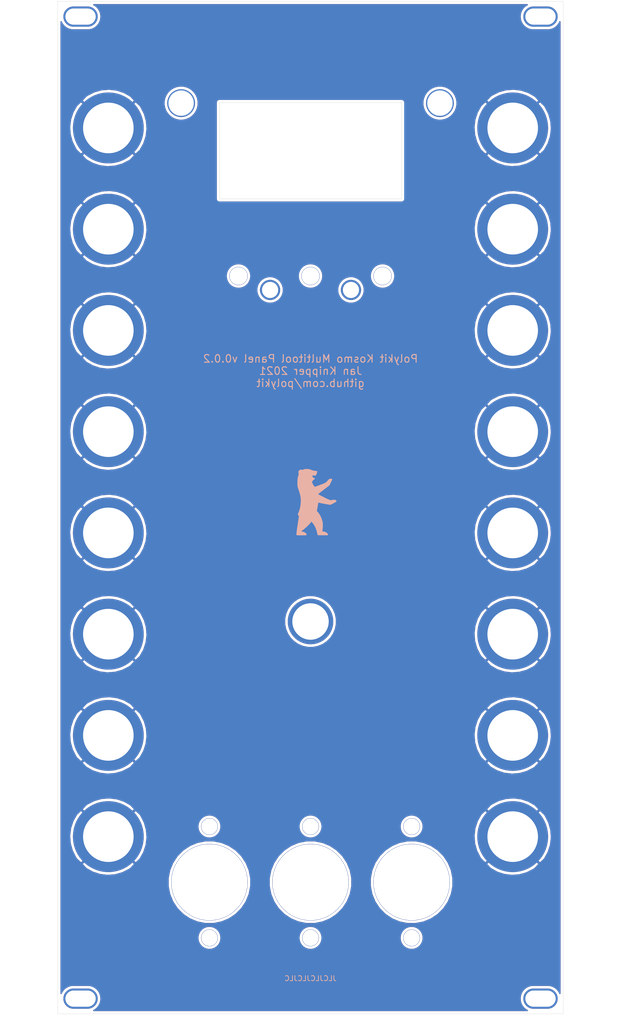
<source format=kicad_pcb>
(kicad_pcb (version 20171130) (host pcbnew 5.1.10-88a1d61d58~88~ubuntu20.10.1)
  (title_block (title "Polykit Kosmo Multitool Panel") (date 2021-05-15) (rev v1.0.0) (company "Jan Knipper") (comment 1 github.com/polykit))
  (layers (0 F.Cu signal) (31 B.Cu signal) (34 B.Paste user) (35 F.Paste user) (36 B.SilkS user) (37 F.SilkS user) (38 B.Mask user) (39 F.Mask user) (44 Edge.Cuts user))
  (net 0 "")
  (net 1 GND)
  (module Polykit:star-mask (layer F.Cu) (at 98.5 118.5 357)
    (fp_text reference G*** hide)
    (fp_text value LOGO hide)
  )
  (module Polykit:star-mask (layer F.Cu) (at 108 106.5 7)
    (fp_text reference G*** hide)
    (fp_text value LOGO hide)
  )
  (module Polykit:star-mask (layer F.Cu) (at 96.5 99.5 345)
    (fp_text reference G*** hide)
    (fp_text value LOGO hide)
  )
  (module Polykit:bär (layer B.Cu) (at 101 129 180)
    (fp_text reference G*** hide)
    (fp_text value LOGO hide)
    (fp_poly (pts (xy 2.235287 6.585203) (xy 2.393556 6.522965) (xy 2.573386 6.452737) (xy 2.73015 6.465902) (xy 2.764541 6.477872) (xy 2.979765 6.501811) (xy 3.172081 6.424348) (xy 3.317726 6.271079) (xy 3.392936 6.067599) (xy 3.373949 5.839504) (xy 3.369519 5.826237) (xy 3.338292 5.692394) (xy 3.346405 5.545887) (xy 3.398833 5.3455) (xy 3.443839 5.21043) (xy 3.506867 5.007532) (xy 3.548753 4.809334) (xy 3.573445 4.581623) (xy 3.584893 4.290189) (xy 3.587161 3.96875) (xy 3.585244 3.624005) (xy 3.575528 3.365748) (xy 3.551203 3.153471) (xy 3.50546 2.946666) (xy 3.431491 2.704826) (xy 3.322486 2.387441) (xy 3.320323 2.38125) (xy 3.209585 2.04904) (xy 3.109139 1.720061) (xy 3.030575 1.433965) (xy 2.987537 1.242463) (xy 2.925115 0.650284) (xy 2.93058 0.008786) (xy 2.99935 -0.642512) (xy 3.126841 -1.264094) (xy 3.308471 -1.816443) (xy 3.354726 -1.923615) (xy 3.453232 -2.144802) (xy 3.503007 -2.282012) (xy 3.508111 -2.366772) (xy 3.472602 -2.430615) (xy 3.426259 -2.47924) (xy 3.333125 -2.598338) (xy 3.300246 -2.682875) (xy 3.309076 -2.764272) (xy 3.334878 -2.954284) (xy 3.375195 -3.236018) (xy 3.427572 -3.592584) (xy 3.489552 -4.007091) (xy 3.558679 -4.462648) (xy 3.566101 -4.511186) (xy 3.634532 -4.971651) (xy 3.693518 -5.394512) (xy 3.740961 -5.762535) (xy 3.774766 -6.058487) (xy 3.792834 -6.265133) (xy 3.793069 -6.365241) (xy 3.792097 -6.368561) (xy 3.763426 -6.410097) (xy 3.70179 -6.439582) (xy 3.588233 -6.459014) (xy 3.403799 -6.470395) (xy 3.129532 -6.475722) (xy 2.764242 -6.477) (xy 2.389382 -6.475909) (xy 2.123181 -6.47124) (xy 1.947309 -6.460894) (xy 1.843434 -6.442773) (xy 1.793225 -6.41478) (xy 1.77835 -6.374815) (xy 1.778 -6.364129) (xy 1.838945 -6.150528) (xy 2.016656 -5.968282) (xy 2.303445 -5.823439) (xy 2.560355 -5.748593) (xy 2.866461 -5.678781) (xy 2.52367 -5.442692) (xy 2.281219 -5.257396) (xy 1.988216 -5.006025) (xy 1.676877 -4.71883) (xy 1.379421 -4.426057) (xy 1.128066 -4.157955) (xy 1.021367 -4.03225) (xy 0.817031 -3.77825) (xy 0.564908 -4.064) (xy 0.312586 -4.40779) (xy 0.079042 -4.83221) (xy -0.113019 -5.290951) (xy -0.229 -5.68325) (xy -0.286899 -5.930034) (xy -0.340252 -6.147391) (xy -0.377022 -6.2865) (xy -0.4232 -6.44525) (xy -1.44985 -6.462697) (xy -1.886276 -6.466401) (xy -2.199895 -6.46042) (xy -2.394547 -6.444564) (xy -2.474069 -6.418644) (xy -2.4765 -6.411919) (xy -2.418048 -6.209832) (xy -2.261928 -6.01803) (xy -2.036999 -5.857778) (xy -1.772118 -5.750344) (xy -1.532668 -5.716394) (xy -1.389569 -5.70679) (xy -1.340822 -5.655001) (xy -1.353833 -5.522622) (xy -1.356345 -5.508625) (xy -1.428902 -4.937412) (xy -1.442943 -4.378901) (xy -1.398165 -3.875603) (xy -1.369115 -3.722939) (xy -1.238447 -3.280734) (xy -1.047054 -2.820645) (xy -0.81655 -2.387055) (xy -0.568549 -2.024346) (xy -0.504825 -1.948213) (xy -0.245181 -1.653242) (xy -0.343135 -1.159996) (xy -0.398006 -0.866687) (xy -0.448214 -0.569234) (xy -0.483011 -0.331373) (xy -0.483346 -0.328699) (xy -0.511471 -0.134645) (xy -0.545499 -0.039513) (xy -0.604648 -0.015927) (xy -0.691426 -0.032283) (xy -0.914886 -0.084342) (xy -1.205928 -0.146398) (xy -1.537658 -0.213371) (xy -1.883185 -0.280183) (xy -2.215616 -0.341757) (xy -2.508057 -0.393015) (xy -2.733617 -0.428877) (xy -2.865402 -0.444267) (xy -2.874464 -0.4445) (xy -2.995913 -0.412967) (xy -3.191111 -0.329885) (xy -3.428229 -0.212526) (xy -3.675439 -0.078165) (xy -3.900911 0.055927) (xy -4.072816 0.172476) (xy -4.158079 0.252105) (xy -4.136531 0.323479) (xy -4.039308 0.427304) (xy -4.016981 0.445608) (xy -3.92013 0.511754) (xy -3.817277 0.547798) (xy -3.680416 0.554435) (xy -3.481539 0.532356) (xy -3.192638 0.482252) (xy -3.116 0.467874) (xy -3.029071 0.460293) (xy -2.925577 0.473751) (xy -2.788745 0.514824) (xy -2.601799 0.590086) (xy -2.347967 0.706112) (xy -2.010475 0.869476) (xy -1.703125 1.021663) (xy -1.34788 1.200309) (xy -1.034647 1.361293) (xy -0.780097 1.495758) (xy -0.600902 1.59485) (xy -0.513735 1.649712) (xy -0.508 1.656475) (xy -0.556354 1.704779) (xy -0.691751 1.817838) (xy -0.899692 1.984127) (xy -1.16568 2.192122) (xy -1.475217 2.430299) (xy -1.623997 2.543604) (xy -2.739994 3.390836) (xy -3.020997 3.968472) (xy -3.139635 4.219536) (xy -3.233505 4.431872) (xy -3.290486 4.577264) (xy -3.302 4.622554) (xy -3.241975 4.674061) (xy -3.071164 4.697813) (xy -3.007278 4.699) (xy -2.805181 4.684723) (xy -2.666666 4.623963) (xy -2.532278 4.492625) (xy -2.365845 4.302893) (xy -2.195701 4.11006) (xy -2.176125 4.087974) (xy -2.082497 4.002368) (xy -1.944701 3.91449) (xy -1.74516 3.815964) (xy -1.466301 3.698416) (xy -1.090548 3.553472) (xy -0.924973 3.491788) (xy 0.150304 3.093879) (xy 0.300885 3.277315) (xy 0.484927 3.537665) (xy 0.617964 3.79796) (xy 0.683899 4.023242) (xy 0.686377 4.114499) (xy 0.614163 4.275434) (xy 0.428453 4.441467) (xy 0.396875 4.463121) (xy 0.205563 4.614616) (xy 0.135987 4.731744) (xy 0.187877 4.815406) (xy 0.281309 4.850962) (xy 0.488415 4.951637) (xy 0.611904 5.114227) (xy 0.635 5.233503) (xy 0.61672 5.33136) (xy 0.537265 5.366182) (xy 0.42123 5.364956) (xy 0.251408 5.342682) (xy 0.134197 5.306619) (xy 0.131255 5.30488) (xy 0.034681 5.315118) (xy -0.08906 5.441029) (xy -0.184199 5.588) (xy -0.229245 5.709235) (xy -0.273189 5.892968) (xy -0.28302 5.947574) (xy -0.326788 6.211897) (xy 0.106481 6.2556) (xy 0.480498 6.323862) (xy 0.831166 6.441172) (xy 0.889 6.467526) (xy 1.204052 6.576555) (xy 1.562075 6.633565) (xy 1.920132 6.636975) (xy 2.235287 6.585203)) (layer B.SilkS) (width 0.01))
  )
  (module Polykit:multitool-mask (layer F.Cu) (at 100 38)
    (fp_text reference G*** hide)
    (fp_text value LOGO hide)
  )
  (module Kosmo_panel:Kosmo_Panel_Mounting_Hole (layer F.Cu) (at 92 87)
    (fp_text reference REF** hide)
    (fp_text value Kosmo_Panel_Mounting_Hole)
    (pad 1 thru_hole circle (at 0 0) (size 4 4) (drill 3.2) (layers *.Cu *.Mask))
  )
  (module Kosmo_panel:Kosmo_Panel_Mounting_Hole (layer F.Cu) (at 108 87)
    (fp_text reference REF** hide)
    (fp_text value Kosmo_Panel_Mounting_Hole)
    (pad 1 thru_hole circle (at 0 0) (size 4 4) (drill 3.2) (layers *.Cu *.Mask))
  )
  (module Polykit:logo-mask-5cm (layer F.Cu) (at 100 224)
    (fp_text reference G*** hide)
    (fp_text value LOGO hide)
  )
  (module Polykit:Print-Switch-Hole (layer F.Cu) (at 114.25 84.25)
    (fp_text reference REF** hide)
    (fp_text value Print-Switch-Hole hide)
    (pad 1 thru_hole circle (at 0 0) (size 3.6 3.6) (drill 3.5) (layers *.Cu *.Mask))
  )
  (module Polykit:Print-Switch-Hole (layer F.Cu) (at 85.75 84.25)
    (fp_text reference REF** hide)
    (fp_text value Print-Switch-Hole hide)
    (pad 1 thru_hole circle (at 0 0) (size 3.6 3.6) (drill 3.5) (layers *.Cu *.Mask))
  )
  (module Polykit:Print-Switch-Hole (layer F.Cu) (at 100 84.25)
    (fp_text reference REF** hide)
    (fp_text value Print-Switch-Hole hide)
    (pad 1 thru_hole circle (at 0 0) (size 3.6 3.6) (drill 3.5) (layers *.Cu *.Mask))
  )
  (module Kosmo_panel:Kosmo_LED_Hole (layer F.Cu) (at 125.6 50.1)
    (fp_text reference REF** hide)
    (fp_text value Kosmo_LED_Hole)
    (pad 1 thru_hole circle (at 0 0) (size 5.5 5.5) (drill 5) (layers *.Cu *.Mask))
  )
  (module Kosmo_panel:Kosmo_LED_Hole (layer F.Cu) (at 74.4 50.1)
    (fp_text reference REF** hide)
    (fp_text value Kosmo_LED_Hole)
    (pad 1 thru_hole circle (at 0 0) (size 5.5 5.5) (drill 5) (layers *.Cu *.Mask))
  )
  (module Kosmo_panel:Kosmo_Pot_Hole (layer F.Cu) (at 100 152.5)
    (fp_text reference REF** hide)
    (fp_text value Kosmo_Pot_Hole)
    (pad 1 thru_hole circle (at 0 0) (size 9 9) (drill 7.2) (layers *.Cu *.Mask))
  )
  (module Polykit:MIDI-DIN-mounting-holes (layer F.Cu) (at 80 204 90)
    (fp_text reference REF** (at 0 0.5 90) (layer F.SilkS))
    (fp_text value MIDI-DIN-mounting-holes hide)
    (pad 3 thru_hole circle (at -11 0 90) (size 3.3 3.3) (drill 3.2) (layers *.Cu *.Mask))
    (pad 2 thru_hole circle (at 11 0 90) (size 3.3 3.3) (drill 3.2) (layers *.Cu *.Mask))
    (pad 1 thru_hole circle (at 0 0 90) (size 15.1 15.1) (drill 15) (layers *.Cu *.Mask))
  )
  (module Polykit:MIDI-DIN-mounting-holes (layer F.Cu) (at 120 204 90)
    (fp_text reference REF** (at 0 0.5 90) (layer F.SilkS))
    (fp_text value MIDI-DIN-mounting-holes hide)
    (pad 3 thru_hole circle (at -11 0 90) (size 3.3 3.3) (drill 3.2) (layers *.Cu *.Mask))
    (pad 2 thru_hole circle (at 11 0 90) (size 3.3 3.3) (drill 3.2) (layers *.Cu *.Mask))
    (pad 1 thru_hole circle (at 0 0 90) (size 15.1 15.1) (drill 15) (layers *.Cu *.Mask))
  )
  (module Polykit:MIDI-DIN-mounting-holes (layer F.Cu) (at 100 204 90)
    (fp_text reference REF** (at 0 0.5 90) (layer F.SilkS))
    (fp_text value MIDI-DIN-mounting-holes hide)
    (pad 3 thru_hole circle (at -11 0 90) (size 3.3 3.3) (drill 3.2) (layers *.Cu *.Mask))
    (pad 2 thru_hole circle (at 11 0 90) (size 3.3 3.3) (drill 3.2) (layers *.Cu *.Mask))
    (pad 1 thru_hole circle (at 0 0 90) (size 15.1 15.1) (drill 15) (layers *.Cu *.Mask))
  )
  (module Kosmo_panel:Kosmo_Jack_Hole (layer F.Cu) (at 140 195)
    (fp_text reference REF** hide)
    (fp_text value Kosmo_Jack_Hole)
    (pad 1 thru_hole circle (at 0 0) (size 14 14) (drill 10) (layers *.Cu *.Mask) (net 1 GND))
  )
  (module Kosmo_panel:Kosmo_Jack_Hole (layer F.Cu) (at 140 175)
    (fp_text reference REF** hide)
    (fp_text value Kosmo_Jack_Hole)
    (pad 1 thru_hole circle (at 0 0) (size 14 14) (drill 10) (layers *.Cu *.Mask) (net 1 GND))
  )
  (module Kosmo_panel:Kosmo_Jack_Hole (layer F.Cu) (at 140 155)
    (fp_text reference REF** hide)
    (fp_text value Kosmo_Jack_Hole)
    (pad 1 thru_hole circle (at 0 0) (size 14 14) (drill 10) (layers *.Cu *.Mask) (net 1 GND))
  )
  (module Kosmo_panel:Kosmo_Jack_Hole (layer F.Cu) (at 140 135)
    (fp_text reference REF** hide)
    (fp_text value Kosmo_Jack_Hole)
    (pad 1 thru_hole circle (at 0 0) (size 14 14) (drill 10) (layers *.Cu *.Mask) (net 1 GND))
  )
  (module Kosmo_panel:Kosmo_Jack_Hole (layer F.Cu) (at 140 115)
    (fp_text reference REF** hide)
    (fp_text value Kosmo_Jack_Hole)
    (pad 1 thru_hole circle (at 0 0) (size 14 14) (drill 10) (layers *.Cu *.Mask) (net 1 GND))
  )
  (module Kosmo_panel:Kosmo_Jack_Hole (layer F.Cu) (at 140 95)
    (fp_text reference REF** hide)
    (fp_text value Kosmo_Jack_Hole)
    (pad 1 thru_hole circle (at 0 0) (size 14 14) (drill 10) (layers *.Cu *.Mask) (net 1 GND))
  )
  (module Kosmo_panel:Kosmo_Jack_Hole (layer F.Cu) (at 140 75)
    (fp_text reference REF** hide)
    (fp_text value Kosmo_Jack_Hole)
    (pad 1 thru_hole circle (at 0 0) (size 14 14) (drill 10) (layers *.Cu *.Mask) (net 1 GND))
  )
  (module Kosmo_panel:Kosmo_Jack_Hole (layer F.Cu) (at 140 55)
    (fp_text reference REF** hide)
    (fp_text value Kosmo_Jack_Hole)
    (pad 1 thru_hole circle (at 0 0) (size 14 14) (drill 10) (layers *.Cu *.Mask) (net 1 GND))
  )
  (module Kosmo_panel:Kosmo_Jack_Hole (layer F.Cu) (at 60 195)
    (fp_text reference REF** hide)
    (fp_text value Kosmo_Jack_Hole)
    (pad 1 thru_hole circle (at 0 0) (size 14 14) (drill 10) (layers *.Cu *.Mask) (net 1 GND))
  )
  (module Kosmo_panel:Kosmo_Jack_Hole (layer F.Cu) (at 60 175)
    (fp_text reference REF** hide)
    (fp_text value Kosmo_Jack_Hole)
    (pad 1 thru_hole circle (at 0 0) (size 14 14) (drill 10) (layers *.Cu *.Mask) (net 1 GND))
  )
  (module Kosmo_panel:Kosmo_Jack_Hole (layer F.Cu) (at 60 155)
    (fp_text reference REF** hide)
    (fp_text value Kosmo_Jack_Hole)
    (pad 1 thru_hole circle (at 0 0) (size 14 14) (drill 10) (layers *.Cu *.Mask) (net 1 GND))
  )
  (module Kosmo_panel:Kosmo_Jack_Hole (layer F.Cu) (at 60 135)
    (fp_text reference REF** hide)
    (fp_text value Kosmo_Jack_Hole)
    (pad 1 thru_hole circle (at 0 0) (size 14 14) (drill 10) (layers *.Cu *.Mask) (net 1 GND))
  )
  (module Kosmo_panel:Kosmo_Jack_Hole (layer F.Cu) (at 60 115)
    (fp_text reference REF** hide)
    (fp_text value Kosmo_Jack_Hole)
    (pad 1 thru_hole circle (at 0 0) (size 14 14) (drill 10) (layers *.Cu *.Mask) (net 1 GND))
  )
  (module Kosmo_panel:Kosmo_Jack_Hole (layer F.Cu) (at 60 95)
    (fp_text reference REF** hide)
    (fp_text value Kosmo_Jack_Hole)
    (pad 1 thru_hole circle (at 0 0) (size 14 14) (drill 10) (layers *.Cu *.Mask) (net 1 GND))
  )
  (module Kosmo_panel:Kosmo_Jack_Hole (layer F.Cu) (at 60 75)
    (fp_text reference REF** hide)
    (fp_text value Kosmo_Jack_Hole)
    (pad 1 thru_hole circle (at 0 0) (size 14 14) (drill 10) (layers *.Cu *.Mask) (net 1 GND))
  )
  (module Kosmo_panel:Kosmo_Jack_Hole (layer F.Cu) (at 60 55)
    (fp_text reference REF** hide)
    (fp_text value Kosmo_Jack_Hole)
    (pad 1 thru_hole circle (at 0 0) (size 14 14) (drill 10) (layers *.Cu *.Mask) (net 1 GND))
  )
  (module Kosmo_panel:Kosmo_Panel_Dual_Slotted_Mounting_Hole (layer F.Cu) (at 144.1 227)
    (fp_text reference REF** hide)
    (fp_text value Kosmo_Panel_Dual_Slotted_Mounting_Hole)
    (pad 1 thru_hole oval (at 1.4 -194) (size 6.8 4) (drill oval 6 3.2) (layers *.Cu *.Mask))
    (pad 1 thru_hole oval (at 1.4 0) (size 6.8 4) (drill oval 6 3.2) (layers *.Cu *.Mask))
  )
  (module Kosmo_panel:Kosmo_Panel_Dual_Slotted_Mounting_Hole (layer F.Cu) (at 53.1 227)
    (fp_text reference REF** hide)
    (fp_text value Kosmo_Panel_Dual_Slotted_Mounting_Hole)
    (pad 1 thru_hole oval (at 1.4 -194) (size 6.8 4) (drill oval 6 3.2) (layers *.Cu *.Mask))
    (pad 1 thru_hole oval (at 1.4 0) (size 6.8 4) (drill oval 6 3.2) (layers *.Cu *.Mask))
  )
  (gr_text JLCJLCJLCJLC (at 100 223) (layer B.SilkS) (effects (font (size 1 1)) (justify mirror)))
  (gr_text "Polykit Kosmo Multitool Panel v0.0.2\nJan Knipper 2021\ngithub.com/polykit" (at 100 103) (layer B.SilkS) (effects (font (size 1.5 1.5) (thickness 0.2)) (justify mirror)))
  (gr_line (start 82 69) (end 82 50) (layer Edge.Cuts) (width 0.05))
  (gr_line (start 118 69) (end 82 69) (layer Edge.Cuts) (width 0.05))
  (gr_line (start 118 50) (end 118 69) (layer Edge.Cuts) (width 0.05))
  (gr_line (start 82 50) (end 118 50) (layer Edge.Cuts) (width 0.05))
  (gr_line (start 50 230) (end 50 30) (layer Edge.Cuts) (width 0.05))
  (gr_line (start 150 230) (end 50 230) (layer Edge.Cuts) (width 0.05))
  (gr_line (start 150 30) (end 150 230) (layer Edge.Cuts) (width 0.05))
  (gr_line (start 50 30) (end 150 30) (layer Edge.Cuts) (width 0.05))
  (zone (net 1) (net_name GND) (layer F.Cu) (connect_pads (clearance 0.508)) (min_thickness 0.254) (fill yes (arc_segments 32) (thermal_gap 0.508) (thermal_bridge_width 0.508))
    (polygon (pts (xy 150 230) (xy 50 230) (xy 50 30) (xy 150 30)))
  )
  (zone (net 1) (net_name GND) (layer B.Cu) (connect_pads (clearance 0.508)) (min_thickness 0.254) (fill yes (arc_segments 32) (thermal_gap 0.508) (thermal_bridge_width 0.508))
    (polygon (pts (xy 150 230) (xy 50 230) (xy 50 30) (xy 150 30)))
  )
)
</source>
